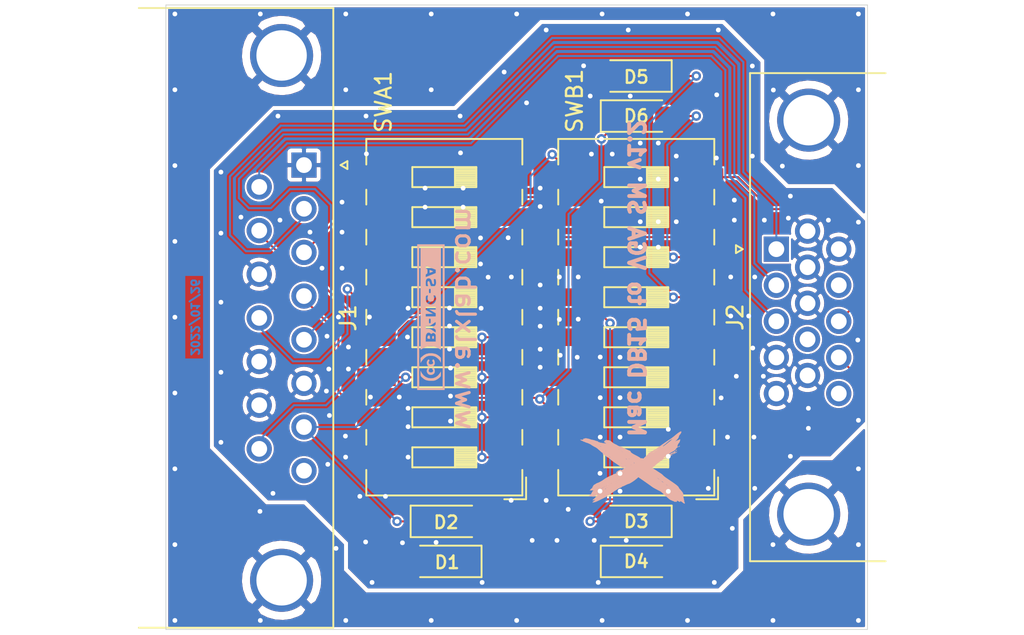
<source format=kicad_pcb>
(kicad_pcb (version 20171130) (host pcbnew "(5.1.6)-1")
  (layers (0 F.Cu signal) (31 B.Cu signal) (34 B.Paste user) (35 F.Paste user) (36 B.SilkS user) (37 F.SilkS user) (38 B.Mask user) (39 F.Mask user) (44 Edge.Cuts user))
  (net 0 "")
  (net 1 /S1-1)
  (net 2 /D1)
  (net 3 /D2)
  (net 4 /D3)
  (net 5 /S2-1)
  (net 6 /D4)
  (net 7 /S0-1)
  (net 8 /D5)
  (net 9 /D6)
  (net 10 /HS)
  (net 11 /VS)
  (net 12 /B)
  (net 13 "Net-(J1-Pad8)")
  (net 14 /G)
  (net 15 /CS)
  (net 16 /R)
  (net 17 "Net-(J2-Pad15)")
  (net 18 /VS-2)
  (net 19 "Net-(J2-Pad12)")
  (net 20 "Net-(J2-Pad9)")
  (net 21 "Net-(SWA1-Pad1)")
  (net 22 "Net-(SWA1-Pad9)")
  (net 23 "Net-(SWA1-Pad10)")
  (net 24 "Net-(SWA1-Pad11)")
  (net 25 "Net-(SWA1-Pad6)")
  (net 26 "Net-(SWA1-Pad7)")
  (net 27 "Net-(SWA1-Pad8)")
  (net 28 /HS-CS)
  (net 29 /GND)
  (net 30 /GND.S)
  (module Button_Switch_SMD:SW_DIP_SPSTx08_Slide_9.78x22.5mm_W8.61mm_P2.54mm (layer F.Cu) (at 118.123 104.902 180)
    (fp_text reference SWA1 (at 3.8611 13.6652 90) (layer F.SilkS))
    (fp_text value SW_DIP_x08)
    (pad 16 smd rect (at 4.305 -8.89 180) (size 2.44 1.12) (layers F.Cu F.Paste F.Mask) (net 29 /GND))
    (pad 8 smd rect (at -4.305 8.89 180) (size 2.44 1.12) (layers F.Cu F.Paste F.Mask) (net 27 "Net-(SWA1-Pad8)"))
    (pad 15 smd rect (at 4.305 -6.35 180) (size 2.44 1.12) (layers F.Cu F.Paste F.Mask) (net 7 /S0-1))
    (pad 7 smd rect (at -4.305 6.35 180) (size 2.44 1.12) (layers F.Cu F.Paste F.Mask) (net 26 "Net-(SWA1-Pad7)"))
    (pad 14 smd rect (at 4.305 -3.81 180) (size 2.44 1.12) (layers F.Cu F.Paste F.Mask) (net 1 /S1-1))
    (pad 6 smd rect (at -4.305 3.81 180) (size 2.44 1.12) (layers F.Cu F.Paste F.Mask) (net 25 "Net-(SWA1-Pad6)"))
    (pad 13 smd rect (at 4.305 -1.27 180) (size 2.44 1.12) (layers F.Cu F.Paste F.Mask) (net 5 /S2-1))
    (pad 5 smd rect (at -4.305 1.27 180) (size 2.44 1.12) (layers F.Cu F.Paste F.Mask) (net 18 /VS-2))
    (pad 12 smd rect (at 4.305 1.27 180) (size 2.44 1.12) (layers F.Cu F.Paste F.Mask) (net 11 /VS))
    (pad 4 smd rect (at -4.305 -1.27 180) (size 2.44 1.12) (layers F.Cu F.Paste F.Mask) (net 21 "Net-(SWA1-Pad1)"))
    (pad 11 smd rect (at 4.305 3.81 180) (size 2.44 1.12) (layers F.Cu F.Paste F.Mask) (net 24 "Net-(SWA1-Pad11)"))
    (pad 3 smd rect (at -4.305 -3.81 180) (size 2.44 1.12) (layers F.Cu F.Paste F.Mask) (net 21 "Net-(SWA1-Pad1)"))
    (pad 10 smd rect (at 4.305 6.35 180) (size 2.44 1.12) (layers F.Cu F.Paste F.Mask) (net 23 "Net-(SWA1-Pad10)"))
    (pad 2 smd rect (at -4.305 -6.35 180) (size 2.44 1.12) (layers F.Cu F.Paste F.Mask) (net 21 "Net-(SWA1-Pad1)"))
    (pad 9 smd rect (at 4.305 8.89 180) (size 2.44 1.12) (layers F.Cu F.Paste F.Mask) (net 22 "Net-(SWA1-Pad9)"))
    (pad 1 smd rect (at -4.305 -8.89 180) (size 2.44 1.12) (layers F.Cu F.Paste F.Mask) (net 21 "Net-(SWA1-Pad1)"))
  )
  (module Button_Switch_SMD:SW_DIP_SPSTx08_Slide_9.78x22.5mm_W8.61mm_P2.54mm (layer F.Cu) (at 130.302 104.902 180)
    (fp_text reference SWB1 (at 3.9116 13.7287 90) (layer F.SilkS))
    (fp_text value SW_DIP_x08)
    (pad 16 smd rect (at 4.305 -8.89 180) (size 2.44 1.12) (layers F.Cu F.Paste F.Mask) (net 7 /S0-1))
    (pad 8 smd rect (at -4.305 8.89 180) (size 2.44 1.12) (layers F.Cu F.Paste F.Mask) (net 28 /HS-CS))
    (pad 15 smd rect (at 4.305 -6.35 180) (size 2.44 1.12) (layers F.Cu F.Paste F.Mask) (net 7 /S0-1))
    (pad 7 smd rect (at -4.305 6.35 180) (size 2.44 1.12) (layers F.Cu F.Paste F.Mask) (net 28 /HS-CS))
    (pad 14 smd rect (at 4.305 -3.81 180) (size 2.44 1.12) (layers F.Cu F.Paste F.Mask) (net 1 /S1-1))
    (pad 6 smd rect (at -4.305 3.81 180) (size 2.44 1.12) (layers F.Cu F.Paste F.Mask) (net 8 /D5))
    (pad 13 smd rect (at 4.305 -1.27 180) (size 2.44 1.12) (layers F.Cu F.Paste F.Mask) (net 1 /S1-1))
    (pad 5 smd rect (at -4.305 1.27 180) (size 2.44 1.12) (layers F.Cu F.Paste F.Mask) (net 9 /D6))
    (pad 12 smd rect (at 4.305 1.27 180) (size 2.44 1.12) (layers F.Cu F.Paste F.Mask) (net 5 /S2-1))
    (pad 4 smd rect (at -4.305 -1.27 180) (size 2.44 1.12) (layers F.Cu F.Paste F.Mask) (net 4 /D3))
    (pad 11 smd rect (at 4.305 3.81 180) (size 2.44 1.12) (layers F.Cu F.Paste F.Mask) (net 5 /S2-1))
    (pad 3 smd rect (at -4.305 -3.81 180) (size 2.44 1.12) (layers F.Cu F.Paste F.Mask) (net 6 /D4))
    (pad 10 smd rect (at 4.305 6.35 180) (size 2.44 1.12) (layers F.Cu F.Paste F.Mask) (net 15 /CS))
    (pad 2 smd rect (at -4.305 -6.35 180) (size 2.44 1.12) (layers F.Cu F.Paste F.Mask) (net 3 /D2))
    (pad 9 smd rect (at 4.305 8.89 180) (size 2.44 1.12) (layers F.Cu F.Paste F.Mask) (net 10 /HS))
    (pad 1 smd rect (at -4.305 -8.89 180) (size 2.44 1.12) (layers F.Cu F.Paste F.Mask) (net 2 /D1))
  )
  (module project:logo_7_back (layer F.Cu) (at 131.1275 114.427 270)
    (fp_text reference G*** hide)
    (fp_text value LOGO hide)
  )
  (module Diode_SMD:D_SOD-123 (layer F.Cu) (at 130.302 89.5985 180)
    (fp_text reference D6 (at 0 -2.54) (layer F.SilkS) (effects (font (size 0.8 0.8))))
    (fp_text value 1N4148)
    (pad 2 smd rect (at 1.65 0 180) (size 0.9 1.2) (layers F.Cu F.Paste F.Mask) (net 7 /S0-1))
    (pad 1 smd rect (at -1.65 0 180) (size 0.9 1.2) (layers F.Cu F.Paste F.Mask) (net 9 /D6))
  )
  (module Diode_SMD:D_SOD-123 (layer F.Cu) (at 130.302 92.1385)
    (fp_text reference D5 (at 0 -2.4765) (layer F.SilkS) (effects (font (size 0.8 0.8))))
    (fp_text value 1N4148)
    (pad 2 smd rect (at 1.65 0) (size 0.9 1.2) (layers F.Cu F.Paste F.Mask) (net 8 /D5))
    (pad 1 smd rect (at -1.65 0) (size 0.9 1.2) (layers F.Cu F.Paste F.Mask) (net 7 /S0-1))
  )
  (module Diode_SMD:D_SOD-123 (layer F.Cu) (at 130.302 117.856 180)
    (fp_text reference D4 (at 0 -2.54) (layer F.SilkS) (effects (font (size 0.8 0.8))))
    (fp_text value 1N4148)
    (pad 2 smd rect (at 1.65 0 180) (size 0.9 1.2) (layers F.Cu F.Paste F.Mask) (net 5 /S2-1))
    (pad 1 smd rect (at -1.65 0 180) (size 0.9 1.2) (layers F.Cu F.Paste F.Mask) (net 6 /D4))
  )
  (module Diode_SMD:D_SOD-123 (layer F.Cu) (at 130.302 120.396)
    (fp_text reference D3 (at 0 -2.54) (layer F.SilkS) (effects (font (size 0.8 0.8))))
    (fp_text value 1N4148)
    (pad 2 smd rect (at 1.65 0) (size 0.9 1.2) (layers F.Cu F.Paste F.Mask) (net 4 /D3))
    (pad 1 smd rect (at -1.65 0) (size 0.9 1.2) (layers F.Cu F.Paste F.Mask) (net 5 /S2-1))
  )
  (module Diode_SMD:D_SOD-123 (layer F.Cu) (at 118.237 117.856)
    (fp_text reference D2 (at 0 0.0635) (layer F.SilkS) (effects (font (size 0.8 0.8))))
    (fp_text value 1N4148)
    (pad 2 smd rect (at 1.65 0) (size 0.9 1.2) (layers F.Cu F.Paste F.Mask) (net 3 /D2))
    (pad 1 smd rect (at -1.65 0) (size 0.9 1.2) (layers F.Cu F.Paste F.Mask) (net 1 /S1-1))
  )
  (module Diode_SMD:D_SOD-123 (layer F.Cu) (at 118.237 120.396 180)
    (fp_text reference D1 (at -0.0635 -0.0635) (layer F.SilkS) (effects (font (size 0.8 0.8))))
    (fp_text value 1N4148)
    (pad 2 smd rect (at 1.65 0 180) (size 0.9 1.2) (layers F.Cu F.Paste F.Mask) (net 1 /S1-1))
    (pad 1 smd rect (at -1.65 0 180) (size 0.9 1.2) (layers F.Cu F.Paste F.Mask) (net 2 /D1))
  )
  (module project:cc_by_nc_sa_small_9mm_front_silk_screen (layer B.Cu) (at 117.2845 104.902 90)
    (fp_text reference G*** hide)
    (fp_text value LOGO hide)
  )
  (module Connector_Dsub:DSUB-15_Male_Horizontal_P2.77x2.84mm_EdgePinOffset7.70mm_Housed_MountingHolesOffset9.12mm (layer F.Cu) (at 109.22 95.25 270)
    (fp_text reference J1 (at 9.695 -2.8 90) (layer F.SilkS))
    (fp_text value Mac_DB15_Male_MountingHoles)
    (pad 1 thru_hole rect (at 0 0 270) (size 1.6 1.6) (drill 1) (layers *.Cu *.Mask) (net 29 /GND))
    (pad 2 thru_hole circle (at 2.77 0 270) (size 1.6 1.6) (drill 1) (layers *.Cu *.Mask) (net 16 /R))
    (pad 3 thru_hole circle (at 5.54 0 270) (size 1.6 1.6) (drill 1) (layers *.Cu *.Mask) (net 15 /CS))
    (pad 4 thru_hole circle (at 8.31 0 270) (size 1.6 1.6) (drill 1) (layers *.Cu *.Mask) (net 7 /S0-1))
    (pad 5 thru_hole circle (at 11.08 0 270) (size 1.6 1.6) (drill 1) (layers *.Cu *.Mask) (net 14 /G))
    (pad 6 thru_hole circle (at 13.85 0 270) (size 1.6 1.6) (drill 1) (layers *.Cu *.Mask) (net 29 /GND))
    (pad 7 thru_hole circle (at 16.62 0 270) (size 1.6 1.6) (drill 1) (layers *.Cu *.Mask) (net 1 /S1-1))
    (pad 8 thru_hole circle (at 19.39 0 270) (size 1.6 1.6) (drill 1) (layers *.Cu *.Mask) (net 13 "Net-(J1-Pad8)"))
    (pad 9 thru_hole circle (at 1.385 2.84 270) (size 1.6 1.6) (drill 1) (layers *.Cu *.Mask) (net 12 /B))
    (pad 10 thru_hole circle (at 4.155 2.84 270) (size 1.6 1.6) (drill 1) (layers *.Cu *.Mask) (net 5 /S2-1))
    (pad 11 thru_hole circle (at 6.925 2.84 270) (size 1.6 1.6) (drill 1) (layers *.Cu *.Mask) (net 29 /GND))
    (pad 12 thru_hole circle (at 9.695 2.84 270) (size 1.6 1.6) (drill 1) (layers *.Cu *.Mask) (net 11 /VS))
    (pad 13 thru_hole circle (at 12.465 2.84 270) (size 1.6 1.6) (drill 1) (layers *.Cu *.Mask) (net 29 /GND))
    (pad 14 thru_hole circle (at 15.235 2.84 270) (size 1.6 1.6) (drill 1) (layers *.Cu *.Mask) (net 29 /GND))
    (pad 15 thru_hole circle (at 18.005 2.84 270) (size 1.6 1.6) (drill 1) (layers *.Cu *.Mask) (net 10 /HS))
    (pad 0 thru_hole circle (at -6.955 1.42 270) (size 4 4) (drill 3.2) (layers *.Cu *.Mask) (net 30 /GND.S))
    (pad 0 thru_hole circle (at 26.345 1.42 270) (size 4 4) (drill 3.2) (layers *.Cu *.Mask) (net 30 /GND.S))
  )
  (module Connector_Dsub:DSUB-15-HD_Female_Horizontal_P2.29x1.98mm_EdgePinOffset3.03mm_Housed_MountingHolesOffset4.94mm (layer F.Cu) (at 139.192 100.584 90)
    (fp_text reference J2 (at -4.315 -2.61 90) (layer F.SilkS))
    (fp_text value VGA_DB15_Female_HighDensity_MountingHoles)
    (pad 0 thru_hole circle (at 8.185 2.05 90) (size 4 4) (drill 3.2) (layers *.Cu *.Mask) (net 30 /GND.S))
    (pad 0 thru_hole circle (at -16.815 2.05 90) (size 4 4) (drill 3.2) (layers *.Cu *.Mask) (net 30 /GND.S))
    (pad 15 thru_hole circle (at -9.16 3.96 90) (size 1.6 1.6) (drill 1) (layers *.Cu *.Mask) (net 17 "Net-(J2-Pad15)"))
    (pad 14 thru_hole circle (at -6.87 3.96 90) (size 1.6 1.6) (drill 1) (layers *.Cu *.Mask) (net 18 /VS-2))
    (pad 13 thru_hole circle (at -4.58 3.96 90) (size 1.6 1.6) (drill 1) (layers *.Cu *.Mask) (net 28 /HS-CS))
    (pad 12 thru_hole circle (at -2.29 3.96 90) (size 1.6 1.6) (drill 1) (layers *.Cu *.Mask) (net 19 "Net-(J2-Pad12)"))
    (pad 11 thru_hole circle (at 0 3.96 90) (size 1.6 1.6) (drill 1) (layers *.Cu *.Mask) (net 29 /GND))
    (pad 10 thru_hole circle (at -8.015 1.98 90) (size 1.6 1.6) (drill 1) (layers *.Cu *.Mask) (net 29 /GND))
    (pad 9 thru_hole circle (at -5.725 1.98 90) (size 1.6 1.6) (drill 1) (layers *.Cu *.Mask) (net 20 "Net-(J2-Pad9)"))
    (pad 8 thru_hole circle (at -3.435 1.98 90) (size 1.6 1.6) (drill 1) (layers *.Cu *.Mask) (net 29 /GND))
    (pad 7 thru_hole circle (at -1.145 1.98 90) (size 1.6 1.6) (drill 1) (layers *.Cu *.Mask) (net 29 /GND))
    (pad 6 thru_hole circle (at 1.145 1.98 90) (size 1.6 1.6) (drill 1) (layers *.Cu *.Mask) (net 29 /GND))
    (pad 5 thru_hole circle (at -9.16 0 90) (size 1.6 1.6) (drill 1) (layers *.Cu *.Mask) (net 29 /GND))
    (pad 4 thru_hole circle (at -6.87 0 90) (size 1.6 1.6) (drill 1) (layers *.Cu *.Mask) (net 29 /GND))
    (pad 3 thru_hole circle (at -4.58 0 90) (size 1.6 1.6) (drill 1) (layers *.Cu *.Mask) (net 12 /B))
    (pad 2 thru_hole circle (at -2.29 0 90) (size 1.6 1.6) (drill 1) (layers *.Cu *.Mask) (net 14 /G))
    (pad 1 thru_hole rect (at 0 0 90) (size 1.6 1.6) (drill 1) (layers *.Cu *.Mask) (net 16 /R))
  )
  (gr_text www.alxlab.com (at 119.4435 104.9655 -90) (layer B.SilkS) (effects (font (size 1.2 1.2) (thickness 0.2)) (justify mirror)))
  (gr_text 2022/01/26 (at 102.2985 104.902 -90) (layer B.Cu) (effects (font (size 0.5 0.5) (thickness 0.125)) (justify mirror)))
  (gr_text "Mac DB15 to VGA SM v1.2" (at 130.302 102.4255 -90) (layer B.SilkS) (effects (font (size 1 1) (thickness 0.25)) (justify mirror)))
  (gr_line (start 100.457 124.714) (end 100.457 85.09) (layer Edge.Cuts) (width 0.05))
  (gr_line (start 144.9705 124.714) (end 100.457 124.714) (layer Edge.Cuts) (width 0.05))
  (gr_line (start 144.9705 85.09) (end 144.9705 124.714) (layer Edge.Cuts) (width 0.05))
  (gr_line (start 100.457 85.09) (end 144.9705 85.09) (layer Edge.Cuts) (width 0.05))
  (segment (start 116.587 117.856) (end 116.587 120.396) (width 0.127) (layer F.Cu) (net 1))
  (segment (start 115.122 117.856) (end 115.1255 117.856) (width 0.127) (layer B.Cu) (net 1))
  (segment (start 109.1565 111.8905) (end 115.122 117.856) (width 0.127) (layer B.Cu) (net 1))
  (segment (start 116.587 117.856) (end 115.1255 117.856) (width 0.127) (layer F.Cu) (net 1))
  (segment (start 115.1255 117.856) (end 115.1255 117.856) (width 0.127) (layer B.Cu) (net 1))
  (via (at 115.1255 117.856) (size 0.6) (drill 0.3) (layers F.Cu B.Cu) (net 1))
  (segment (start 125.997 108.712) (end 125.997 106.172) (width 0.127) (layer F.Cu) (net 1))
  (segment (start 117.094 108.712) (end 115.5065 108.712) (width 0.127) (layer F.Cu) (net 1))
  (segment (start 118.3005 107.5055) (end 117.094 108.712) (width 0.127) (layer F.Cu) (net 1))
  (segment (start 125.997 108.712) (end 124.7905 107.5055) (width 0.127) (layer F.Cu) (net 1))
  (segment (start 124.7905 107.5055) (end 118.3005 107.5055) (width 0.127) (layer F.Cu) (net 1))
  (segment (start 115.5065 108.712) (end 114.3 108.712) (width 0.127) (layer F.Cu) (net 1))
  (via (at 115.6716 108.712) (size 0.6) (drill 0.3) (layers F.Cu B.Cu) (net 1))
  (segment (start 112.5136 111.87) (end 115.6716 108.712) (width 0.127) (layer B.Cu) (net 1))
  (segment (start 109.22 111.87) (end 112.5136 111.87) (width 0.127) (layer B.Cu) (net 1))
  (segment (start 124.7775 118.8085) (end 123.19 120.396) (width 0.127) (layer F.Cu) (net 2))
  (segment (start 133.35 113.792) (end 130.683 116.459) (width 0.127) (layer F.Cu) (net 2))
  (segment (start 134.607 113.792) (end 133.35 113.792) (width 0.127) (layer F.Cu) (net 2))
  (segment (start 123.19 120.396) (end 119.887 120.396) (width 0.127) (layer F.Cu) (net 2))
  (segment (start 124.7775 117.4115) (end 124.7775 118.8085) (width 0.127) (layer F.Cu) (net 2))
  (segment (start 130.683 116.459) (end 125.73 116.459) (width 0.127) (layer F.Cu) (net 2))
  (segment (start 125.73 116.459) (end 124.7775 117.4115) (width 0.127) (layer F.Cu) (net 2))
  (segment (start 121.92 117.856) (end 119.887 117.856) (width 0.127) (layer F.Cu) (net 3))
  (segment (start 129.794 115.3795) (end 124.3965 115.3795) (width 0.127) (layer F.Cu) (net 3))
  (segment (start 134.607 111.252) (end 133.9215 111.252) (width 0.127) (layer F.Cu) (net 3))
  (segment (start 124.3965 115.3795) (end 121.92 117.856) (width 0.127) (layer F.Cu) (net 3))
  (segment (start 133.9215 111.252) (end 129.794 115.3795) (width 0.127) (layer F.Cu) (net 3))
  (segment (start 134.112 106.3625) (end 134.112 106.172) (width 0.127) (layer F.Cu) (net 4))
  (segment (start 131.952 120.396) (end 134.0485 120.396) (width 0.127) (layer F.Cu) (net 4))
  (segment (start 135.3439 106.172) (end 134.607 106.172) (width 0.127) (layer F.Cu) (net 4))
  (segment (start 135.6995 118.8085) (end 135.6995 117.602) (width 0.127) (layer F.Cu) (net 4))
  (segment (start 134.112 120.396) (end 135.6995 118.8085) (width 0.127) (layer F.Cu) (net 4))
  (segment (start 135.6995 117.602) (end 137.2108 116.0907) (width 0.127) (layer F.Cu) (net 4))
  (segment (start 137.2108 116.0907) (end 137.2108 108.0389) (width 0.127) (layer F.Cu) (net 4))
  (segment (start 137.2108 108.0389) (end 135.3439 106.172) (width 0.127) (layer F.Cu) (net 4))
  (segment (start 128.652 117.856) (end 128.652 120.396) (width 0.127) (layer F.Cu) (net 5))
  (segment (start 127.5715 117.856) (end 127.5715 117.856) (width 0.127) (layer F.Cu) (net 5))
  (via (at 127.381016 117.856) (size 0.6) (drill 0.3) (layers F.Cu B.Cu) (net 5))
  (segment (start 128.652 117.856) (end 127.381016 117.856) (width 0.127) (layer F.Cu) (net 5))
  (segment (start 125.997 101.092) (end 125.997 103.632) (width 0.127) (layer F.Cu) (net 5))
  (segment (start 114.3 106.2355) (end 114.3 105.69) (width 0.127) (layer F.Cu) (net 5))
  (segment (start 128.6383 105.283) (end 128.6383 105.2449) (width 0.127) (layer B.Cu) (net 5))
  (via (at 128.6383 105.283) (size 0.6) (drill 0.3) (layers F.Cu B.Cu) (net 5))
  (segment (start 126.9873 103.632) (end 128.6383 105.283) (width 0.127) (layer F.Cu) (net 5))
  (segment (start 125.997 103.632) (end 126.9873 103.632) (width 0.127) (layer F.Cu) (net 5))
  (segment (start 128.6383 116.598716) (end 128.6383 105.283) (width 0.127) (layer B.Cu) (net 5))
  (segment (start 127.381016 117.856) (end 128.6383 116.598716) (width 0.127) (layer B.Cu) (net 5))
  (segment (start 124.727 104.902) (end 125.997 103.632) (width 0.127) (layer F.Cu) (net 5))
  (segment (start 115.7351 104.902) (end 124.727 104.902) (width 0.127) (layer F.Cu) (net 5))
  (segment (start 113.818 106.172) (end 114.4651 106.172) (width 0.127) (layer F.Cu) (net 5))
  (segment (start 114.4651 106.172) (end 115.7351 104.902) (width 0.127) (layer F.Cu) (net 5))
  (segment (start 113.7285 106.172) (end 113.818 106.172) (width 0.127) (layer F.Cu) (net 5))
  (segment (start 107.823 101.0385) (end 107.823 101.6635) (width 0.127) (layer F.Cu) (net 5))
  (segment (start 106.38 99.5955) (end 107.823 101.0385) (width 0.127) (layer F.Cu) (net 5))
  (segment (start 108.3183 102.1588) (end 109.7153 102.1588) (width 0.127) (layer F.Cu) (net 5))
  (segment (start 107.823 101.6635) (end 108.3183 102.1588) (width 0.127) (layer F.Cu) (net 5))
  (segment (start 109.7153 102.1588) (end 113.7285 106.172) (width 0.127) (layer F.Cu) (net 5))
  (segment (start 136.652 110.1217) (end 135.2423 108.712) (width 0.127) (layer F.Cu) (net 6))
  (segment (start 136.652 115.2017) (end 136.652 110.1217) (width 0.127) (layer F.Cu) (net 6))
  (segment (start 135.2423 108.712) (end 134.607 108.712) (width 0.127) (layer F.Cu) (net 6))
  (segment (start 131.952 117.856) (end 133.9977 117.856) (width 0.127) (layer F.Cu) (net 6))
  (segment (start 133.9977 117.856) (end 136.652 115.2017) (width 0.127) (layer F.Cu) (net 6))
  (segment (start 126.491996 113.792) (end 126.492 113.792) (width 0.25) (layer F.Cu) (net 7))
  (segment (start 128.652 92.1385) (end 128.652 89.5985) (width 0.127) (layer F.Cu) (net 7))
  (segment (start 113.8555 111.4425) (end 114.3 111.4425) (width 0.127) (layer F.Cu) (net 7))
  (segment (start 125.3363 111.252) (end 125.997 111.252) (width 0.127) (layer F.Cu) (net 7))
  (segment (start 119.1768 110.0201) (end 124.1044 110.0201) (width 0.127) (layer F.Cu) (net 7))
  (segment (start 113.818 111.252) (end 117.9449 111.252) (width 0.127) (layer F.Cu) (net 7))
  (segment (start 124.1044 110.0201) (end 124.1806 110.0963) (width 0.127) (layer F.Cu) (net 7))
  (segment (start 117.9449 111.252) (end 119.1768 110.0201) (width 0.127) (layer F.Cu) (net 7))
  (segment (start 125.997 111.252) (end 125.997 113.792) (width 0.127) (layer F.Cu) (net 7))
  (segment (start 124.1806 110.0963) (end 125.3363 111.252) (width 0.127) (layer F.Cu) (net 7))
  (via (at 124.1806 110.0963) (size 0.6) (drill 0.3) (layers F.Cu B.Cu) (net 7))
  (segment (start 128.652 92.1385) (end 128.652 93.0265) (width 0.127) (layer F.Cu) (net 7))
  (segment (start 128.652 93.0265) (end 128.092202 93.586298) (width 0.127) (layer F.Cu) (net 7))
  (via (at 128.092202 93.586298) (size 0.6) (drill 0.3) (layers F.Cu B.Cu) (net 7))
  (segment (start 109.22 103.759) (end 109.22 103.7075) (width 0.127) (layer F.Cu) (net 7))
  (segment (start 111.4044 105.9434) (end 109.22 103.759) (width 0.127) (layer F.Cu) (net 7))
  (segment (start 111.4044 109.6137) (end 111.4044 105.9434) (width 0.127) (layer F.Cu) (net 7))
  (segment (start 113.818 111.252) (end 113.0427 111.252) (width 0.127) (layer F.Cu) (net 7))
  (segment (start 113.0427 111.252) (end 111.4044 109.6137) (width 0.127) (layer F.Cu) (net 7))
  (segment (start 126.0094 108.2675) (end 124.1806 110.0963) (width 0.127) (layer B.Cu) (net 7))
  (segment (start 126.0094 105.6513) (end 126.0094 108.2675) (width 0.127) (layer B.Cu) (net 7))
  (segment (start 126.0094 98.3615) (end 126.0094 105.7148) (width 0.127) (layer B.Cu) (net 7))
  (segment (start 128.092202 93.586298) (end 128.092202 96.278698) (width 0.127) (layer B.Cu) (net 7))
  (segment (start 128.092202 96.278698) (end 126.0094 98.3615) (width 0.127) (layer B.Cu) (net 7))
  (segment (start 133.985 100.965) (end 134.112 101.092) (width 0.25) (layer F.Cu) (net 8))
  (segment (start 134.112 101.092) (end 133.7945 100.7745) (width 0.127) (layer F.Cu) (net 8))
  (segment (start 134.0485 92.2655) (end 134.0485 92.202002) (width 0.127) (layer B.Cu) (net 8))
  (segment (start 134.0485 92.202002) (end 134.112002 92.1385) (width 0.127) (layer B.Cu) (net 8))
  (via (at 134.112002 92.1385) (size 0.6) (drill 0.3) (layers F.Cu B.Cu) (net 8))
  (segment (start 134.112002 92.1385) (end 131.952 92.1385) (width 0.127) (layer F.Cu) (net 8))
  (segment (start 134.607 101.092) (end 132.6515 101.092) (width 0.127) (layer F.Cu) (net 8))
  (segment (start 132.6515 101.092) (end 132.6515 101.092) (width 0.127) (layer F.Cu) (net 8))
  (via (at 132.6515 101.092) (size 0.6) (drill 0.3) (layers F.Cu B.Cu) (net 8))
  (segment (start 132.6515 101.092) (end 132.2705 100.711) (width 0.127) (layer B.Cu) (net 8))
  (segment (start 132.2705 93.980002) (end 134.112002 92.1385) (width 0.127) (layer B.Cu) (net 8))
  (segment (start 132.2705 100.711) (end 132.2705 93.980002) (width 0.127) (layer B.Cu) (net 8))
  (segment (start 134.112 89.5985) (end 134.112 89.5985) (width 0.127) (layer B.Cu) (net 9))
  (via (at 134.112 89.5985) (size 0.6) (drill 0.3) (layers F.Cu B.Cu) (net 9))
  (segment (start 134.112 89.5985) (end 131.952 89.5985) (width 0.127) (layer F.Cu) (net 9))
  (segment (start 134.607 103.632) (end 132.6515 103.632) (width 0.127) (layer F.Cu) (net 9))
  (segment (start 132.6515 103.632) (end 132.6515 103.632) (width 0.127) (layer F.Cu) (net 9))
  (via (at 132.6515 103.632) (size 0.6) (drill 0.3) (layers F.Cu B.Cu) (net 9))
  (segment (start 134.112 89.5985) (end 131.1275 92.583) (width 0.127) (layer B.Cu) (net 9))
  (segment (start 131.1275 102.108) (end 132.6515 103.632) (width 0.127) (layer B.Cu) (net 9))
  (segment (start 131.1275 92.583) (end 131.1275 102.108) (width 0.127) (layer B.Cu) (net 9))
  (segment (start 125.0188 94.4245) (end 125.0188 94.4245) (width 0.127) (layer F.Cu) (net 10))
  (segment (start 125.997 96.012) (end 125.997 95.6059) (width 0.127) (layer F.Cu) (net 10))
  (via (at 124.968 94.5769) (size 0.6) (drill 0.3) (layers F.Cu B.Cu) (net 10))
  (segment (start 125.997 95.6059) (end 124.968 94.5769) (width 0.127) (layer F.Cu) (net 10))
  (segment (start 110.617 110.49) (end 123.5964 97.5106) (width 0.127) (layer B.Cu) (net 10))
  (segment (start 108.585 110.49) (end 110.617 110.49) (width 0.127) (layer B.Cu) (net 10))
  (segment (start 106.38 113.255) (end 106.38 112.695) (width 0.127) (layer B.Cu) (net 10))
  (segment (start 106.38 112.695) (end 108.585 110.49) (width 0.127) (layer B.Cu) (net 10))
  (segment (start 124.968 94.5769) (end 123.5964 95.9485) (width 0.127) (layer B.Cu) (net 10))
  (segment (start 123.5964 95.9485) (end 123.5964 96.1009) (width 0.127) (layer B.Cu) (net 10))
  (segment (start 123.5964 97.5106) (end 123.5964 96.1009) (width 0.127) (layer B.Cu) (net 10))
  (segment (start 113.818 103.632) (end 112.4966 103.632) (width 0.127) (layer F.Cu) (net 11))
  (segment (start 112.4966 103.632) (end 111.9759 103.1113) (width 0.127) (layer F.Cu) (net 11))
  (segment (start 111.9759 103.1113) (end 111.9759 103.1113) (width 0.127) (layer F.Cu) (net 11))
  (via (at 111.9759 103.1113) (size 0.6) (drill 0.3) (layers F.Cu B.Cu) (net 11))
  (segment (start 108.5215 107.696) (end 110.236 107.696) (width 0.127) (layer B.Cu) (net 11))
  (segment (start 111.9759 105.9561) (end 111.9759 103.1113) (width 0.127) (layer B.Cu) (net 11))
  (segment (start 106.38 105.0925) (end 106.38 105.5545) (width 0.127) (layer B.Cu) (net 11))
  (segment (start 110.236 107.696) (end 111.9759 105.9561) (width 0.127) (layer B.Cu) (net 11))
  (segment (start 106.38 105.5545) (end 108.5215 107.696) (width 0.127) (layer B.Cu) (net 11))
  (segment (start 137.2235 103.1955) (end 139.192 105.164) (width 0.127) (layer B.Cu) (net 12))
  (segment (start 137.2235 97.3455) (end 137.2235 103.1955) (width 0.127) (layer B.Cu) (net 12))
  (segment (start 135.9535 89.2175) (end 135.9535 96.0755) (width 0.127) (layer B.Cu) (net 12))
  (segment (start 135.0645 88.3285) (end 135.9535 89.2175) (width 0.127) (layer B.Cu) (net 12))
  (segment (start 106.38 95.6389) (end 108.1532 93.8657) (width 0.127) (layer B.Cu) (net 12))
  (segment (start 106.38 96.7825) (end 106.38 95.6389) (width 0.127) (layer B.Cu) (net 12))
  (segment (start 135.9535 96.0755) (end 137.2235 97.3455) (width 0.127) (layer B.Cu) (net 12))
  (segment (start 125.349 88.3285) (end 135.0645 88.3285) (width 0.127) (layer B.Cu) (net 12))
  (segment (start 108.1532 93.8657) (end 119.8118 93.8657) (width 0.127) (layer B.Cu) (net 12))
  (segment (start 119.8118 93.8657) (end 125.349 88.3285) (width 0.127) (layer B.Cu) (net 12))
  (segment (start 137.795 101.477) (end 139.192 102.874) (width 0.127) (layer B.Cu) (net 14))
  (segment (start 136.525 88.9635) (end 136.525 95.885) (width 0.127) (layer B.Cu) (net 14))
  (segment (start 125.1585 87.757) (end 135.3185 87.757) (width 0.127) (layer B.Cu) (net 14))
  (segment (start 108.331 96.774) (end 107.1245 97.9805) (width 0.127) (layer B.Cu) (net 14))
  (segment (start 105.0925 96.1263) (end 107.9119 93.3069) (width 0.127) (layer B.Cu) (net 14))
  (segment (start 109.9185 96.774) (end 108.331 96.774) (width 0.127) (layer B.Cu) (net 14))
  (segment (start 110.9345 97.79) (end 109.9185 96.774) (width 0.127) (layer B.Cu) (net 14))
  (segment (start 105.0925 97.3455) (end 105.0925 96.1263) (width 0.127) (layer B.Cu) (net 14))
  (segment (start 135.3185 87.757) (end 136.525 88.9635) (width 0.127) (layer B.Cu) (net 14))
  (segment (start 109.1565 106.3505) (end 110.9345 104.5725) (width 0.127) (layer B.Cu) (net 14))
  (segment (start 110.9345 104.5725) (end 110.9345 97.79) (width 0.127) (layer B.Cu) (net 14))
  (segment (start 137.795 97.155) (end 137.795 101.477) (width 0.127) (layer B.Cu) (net 14))
  (segment (start 107.1245 97.9805) (end 105.7275 97.9805) (width 0.127) (layer B.Cu) (net 14))
  (segment (start 119.6086 93.3069) (end 125.1585 87.757) (width 0.127) (layer B.Cu) (net 14))
  (segment (start 136.525 95.885) (end 137.795 97.155) (width 0.127) (layer B.Cu) (net 14))
  (segment (start 105.7275 97.9805) (end 105.0925 97.3455) (width 0.127) (layer B.Cu) (net 14))
  (segment (start 107.9119 93.3069) (end 119.6086 93.3069) (width 0.127) (layer B.Cu) (net 14))
  (segment (start 109.22 100.79) (end 109.535001 100.474999) (width 0.25) (layer F.Cu) (net 15))
  (segment (start 126.4285 98.425) (end 125.2855 97.282) (width 0.127) (layer F.Cu) (net 15))
  (segment (start 125.2855 97.282) (end 112.728 97.282) (width 0.127) (layer F.Cu) (net 15))
  (segment (start 112.728 97.282) (end 109.22 100.79) (width 0.127) (layer F.Cu) (net 15))
  (segment (start 109.22 98.02) (end 109.22 98.2345) (width 0.127) (layer B.Cu) (net 16))
  (segment (start 139.192 97.79) (end 139.192 100.584) (width 0.127) (layer B.Cu) (net 16))
  (segment (start 137.0965 95.6945) (end 139.192 97.79) (width 0.127) (layer B.Cu) (net 16))
  (segment (start 104.521 99.695) (end 104.521 95.9739) (width 0.127) (layer B.Cu) (net 16))
  (segment (start 105.537 100.711) (end 104.521 99.695) (width 0.127) (layer B.Cu) (net 16))
  (segment (start 107.061 100.711) (end 105.537 100.711) (width 0.127) (layer B.Cu) (net 16))
  (segment (start 109.22 98.552) (end 107.061 100.711) (width 0.127) (layer B.Cu) (net 16))
  (segment (start 104.521 95.9739) (end 107.7468 92.7481) (width 0.127) (layer B.Cu) (net 16))
  (segment (start 137.0965 88.7095) (end 137.0965 95.6945) (width 0.127) (layer B.Cu) (net 16))
  (segment (start 107.7468 92.7481) (end 119.4054 92.7481) (width 0.127) (layer B.Cu) (net 16))
  (segment (start 119.4054 92.7481) (end 124.968 87.1855) (width 0.127) (layer B.Cu) (net 16))
  (segment (start 124.968 87.1855) (end 135.5725 87.1855) (width 0.127) (layer B.Cu) (net 16))
  (segment (start 109.22 98.1675) (end 109.22 98.552) (width 0.127) (layer B.Cu) (net 16))
  (segment (start 135.5725 87.1855) (end 137.0965 88.7095) (width 0.127) (layer B.Cu) (net 16))
  (segment (start 144.399 108.701) (end 143.152 107.454) (width 0.127) (layer F.Cu) (net 18))
  (segment (start 138.4935 111.3155) (end 143.637 111.3155) (width 0.127) (layer F.Cu) (net 18))
  (segment (start 137.795 110.617) (end 138.4935 111.3155) (width 0.127) (layer F.Cu) (net 18))
  (segment (start 137.795 107.7595) (end 137.795 110.617) (width 0.127) (layer F.Cu) (net 18))
  (segment (start 143.637 111.3155) (end 144.399 110.5535) (width 0.127) (layer F.Cu) (net 18))
  (segment (start 144.399 110.5535) (end 144.399 108.701) (width 0.127) (layer F.Cu) (net 18))
  (segment (start 136.8425 100.33) (end 136.8425 106.807) (width 0.127) (layer F.Cu) (net 18))
  (segment (start 136.3345 99.822) (end 136.8425 100.33) (width 0.127) (layer F.Cu) (net 18))
  (segment (start 124.714 99.822) (end 136.3345 99.822) (width 0.127) (layer F.Cu) (net 18))
  (segment (start 124.206 100.33) (end 124.714 99.822) (width 0.127) (layer F.Cu) (net 18))
  (segment (start 124.206 101.981) (end 124.206 100.33) (width 0.127) (layer F.Cu) (net 18))
  (segment (start 136.8425 106.807) (end 137.795 107.7595) (width 0.127) (layer F.Cu) (net 18))
  (segment (start 123.825 102.362) (end 124.206 101.981) (width 0.127) (layer F.Cu) (net 18))
  (segment (start 121.92 103.632) (end 123.19 102.362) (width 0.127) (layer F.Cu) (net 18))
  (segment (start 123.19 102.362) (end 123.825 102.362) (width 0.127) (layer F.Cu) (net 18))
  (via (at 120.5103 106.172) (size 0.6) (drill 0.3) (layers F.Cu B.Cu) (net 21))
  (segment (start 120.5103 111.252) (end 120.5103 111.252) (width 0.127) (layer B.Cu) (net 21))
  (via (at 120.5103 113.792) (size 0.6) (drill 0.3) (layers F.Cu B.Cu) (net 21))
  (segment (start 120.5103 108.7755) (end 120.5103 106.172) (width 0.127) (layer B.Cu) (net 21))
  (via (at 120.5103 108.712) (size 0.6) (drill 0.3) (layers F.Cu B.Cu) (net 21))
  (segment (start 122.428 113.792) (end 120.5103 113.792) (width 0.127) (layer F.Cu) (net 21))
  (segment (start 122.428 111.252) (end 120.484898 111.252) (width 0.127) (layer F.Cu) (net 21))
  (segment (start 120.5103 111.252) (end 120.5103 108.7755) (width 0.127) (layer B.Cu) (net 21))
  (via (at 120.5103 111.252) (size 0.6) (drill 0.3) (layers F.Cu B.Cu) (net 21))
  (segment (start 120.5103 113.792) (end 120.5103 111.252) (width 0.127) (layer B.Cu) (net 21))
  (segment (start 122.428 106.172) (end 120.5103 106.172) (width 0.127) (layer F.Cu) (net 21))
  (segment (start 122.428 108.712) (end 120.5103 108.712) (width 0.127) (layer F.Cu) (net 21))
  (segment (start 144.4625 99.7585) (end 142.748 98.044) (width 0.127) (layer F.Cu) (net 28))
  (segment (start 143.152 105.164) (end 144.4625 103.8535) (width 0.127) (layer F.Cu) (net 28))
  (segment (start 144.4625 103.8535) (end 144.4625 99.7585) (width 0.127) (layer F.Cu) (net 28))
  (segment (start 134.607 96.012) (end 136.7663 96.012) (width 0.127) (layer F.Cu) (net 28))
  (segment (start 138.7983 98.044) (end 142.748 98.044) (width 0.127) (layer F.Cu) (net 28))
  (segment (start 136.7663 96.012) (end 138.7983 98.044) (width 0.127) (layer F.Cu) (net 28))
  (segment (start 134.607 96.012) (end 134.607 98.552) (width 0.127) (layer F.Cu) (net 28))
  (segment (start 109.22 109.1) (end 109.22 109.347) (width 0.5) (layer F.Cu) (net 29))
  (segment (start 135.255 94.8) (end 135.3875 94.8) (width 0.25) (layer F.Cu) (net 29))
  (via (at 129.2733 107.442) (size 0.6) (drill 0.3) (layers F.Cu B.Cu) (net 29))
  (via (at 124.206 108.077) (size 0.6) (drill 0.3) (layers F.Cu B.Cu) (net 29))
  (via (at 124.206 106.934) (size 0.6) (drill 0.3) (layers F.Cu B.Cu) (net 29))
  (via (at 124.206 105.4735) (size 0.6) (drill 0.3) (layers F.Cu B.Cu) (net 29))
  (via (at 124.206 104.3305) (size 0.6) (drill 0.3) (layers F.Cu B.Cu) (net 29))
  (via (at 125.4252 105.0417) (size 0.6) (drill 0.3) (layers F.Cu B.Cu) (net 29))
  (via (at 130.556 98.8441) (size 0.6) (drill 0.3) (layers F.Cu B.Cu) (net 29))
  (via (at 131.699 100.457) (size 0.6) (drill 0.3) (layers F.Cu B.Cu) (net 29))
  (via (at 131.699 98.8441) (size 0.6) (drill 0.3) (layers F.Cu B.Cu) (net 29))
  (via (at 128.016 110.0074) (size 0.6) (drill 0.3) (layers F.Cu B.Cu) (net 29))
  (via (at 129.2733 110.0074) (size 0.6) (drill 0.3) (layers F.Cu B.Cu) (net 29))
  (via (at 128.016 112.5093) (size 0.6) (drill 0.3) (layers F.Cu B.Cu) (net 29))
  (via (at 129.2733 112.5093) (size 0.6) (drill 0.3) (layers F.Cu B.Cu) (net 29))
  (via (at 128.0033 114.808) (size 0.6) (drill 0.3) (layers F.Cu B.Cu) (net 29))
  (via (at 129.2733 114.8207) (size 0.6) (drill 0.3) (layers F.Cu B.Cu) (net 29))
  (via (at 125.2728 119.0625) (size 0.6) (drill 0.3) (layers F.Cu B.Cu) (net 29))
  (via (at 127.635 119.0625) (size 0.6) (drill 0.3) (layers F.Cu B.Cu) (net 29))
  (via (at 129.2733 115.9383) (size 0.6) (drill 0.3) (layers F.Cu B.Cu) (net 29))
  (via (at 128.0033 115.9383) (size 0.6) (drill 0.3) (layers F.Cu B.Cu) (net 29))
  (via (at 113.1316 119.1641) (size 0.6) (drill 0.3) (layers F.Cu B.Cu) (net 29))
  (via (at 115.4684 119.2149) (size 0.6) (drill 0.3) (layers F.Cu B.Cu) (net 29))
  (via (at 112.7633 116.2685) (size 0.6) (drill 0.3) (layers F.Cu B.Cu) (net 29))
  (via (at 114.3889 116.2685) (size 0.6) (drill 0.3) (layers F.Cu B.Cu) (net 29))
  (via (at 110.7313 114.2365) (size 0.6) (drill 0.3) (layers F.Cu B.Cu) (net 29))
  (via (at 110.8329 111.1377) (size 0.6) (drill 0.3) (layers F.Cu B.Cu) (net 29))
  (via (at 107.2515 116.078) (size 0.6) (drill 0.3) (layers F.Cu B.Cu) (net 29))
  (via (at 103.9495 95.6945) (size 0.6) (drill 0.3) (layers F.Cu B.Cu) (net 29))
  (via (at 103.9495 112.8395) (size 0.6) (drill 0.3) (layers F.Cu B.Cu) (net 29))
  (via (at 103.9495 108.3945) (size 0.6) (drill 0.3) (layers F.Cu B.Cu) (net 29))
  (via (at 103.9495 99.568) (size 0.6) (drill 0.3) (layers F.Cu B.Cu) (net 29))
  (via (at 103.9495 103.9495) (size 0.6) (drill 0.3) (layers F.Cu B.Cu) (net 29))
  (via (at 107.569 92.1385) (size 0.6) (drill 0.3) (layers F.Cu B.Cu) (net 29))
  (via (at 113.157 92.1385) (size 0.6) (drill 0.3) (layers F.Cu B.Cu) (net 29))
  (via (at 121.92 89.3445) (size 0.6) (drill 0.3) (layers F.Cu B.Cu) (net 29))
  (via (at 129.794 86.6775) (size 0.6) (drill 0.3) (layers F.Cu B.Cu) (net 29))
  (via (at 135.509 86.6775) (size 0.6) (drill 0.3) (layers F.Cu B.Cu) (net 29))
  (via (at 137.668 88.9635) (size 0.6) (drill 0.3) (layers F.Cu B.Cu) (net 29))
  (via (at 137.668 94.6785) (size 0.6) (drill 0.3) (layers F.Cu B.Cu) (net 29))
  (via (at 140.081 97.2185) (size 0.6) (drill 0.3) (layers F.Cu B.Cu) (net 29))
  (via (at 144.399 98.8695) (size 0.6) (drill 0.3) (layers F.Cu B.Cu) (net 29))
  (via (at 144.399 111.4425) (size 0.6) (drill 0.3) (layers F.Cu B.Cu) (net 29))
  (via (at 140.081 113.7285) (size 0.6) (drill 0.3) (layers F.Cu B.Cu) (net 29))
  (via (at 136.398 118.3005) (size 0.6) (drill 0.3) (layers F.Cu B.Cu) (net 29))
  (via (at 113.538 121.7295) (size 0.6) (drill 0.3) (layers F.Cu B.Cu) (net 29))
  (via (at 120.523 121.7295) (size 0.6) (drill 0.3) (layers F.Cu B.Cu) (net 29))
  (via (at 127.889 121.7295) (size 0.6) (drill 0.3) (layers F.Cu B.Cu) (net 29))
  (via (at 135.255 121.7295) (size 0.6) (drill 0.3) (layers F.Cu B.Cu) (net 29))
  (via (at 134.874 115.7605) (size 0.6) (drill 0.3) (layers F.Cu B.Cu) (net 29))
  (via (at 138.3665 108.6485) (size 0.6) (drill 0.3) (layers F.Cu B.Cu) (net 29))
  (via (at 141.224 110.6805) (size 0.6) (drill 0.3) (layers F.Cu B.Cu) (net 29))
  (via (at 141.224 111.9505) (size 0.6) (drill 0.3) (layers F.Cu B.Cu) (net 29))
  (via (at 142.494 98.7425) (size 0.6) (drill 0.3) (layers F.Cu B.Cu) (net 29))
  (via (at 139.954 98.6155) (size 0.6) (drill 0.3) (layers F.Cu B.Cu) (net 29))
  (via (at 126.619 102.3493) (size 0.6) (drill 0.3) (layers F.Cu B.Cu) (net 29))
  (via (at 138.43 98.7425) (size 0.6) (drill 0.3) (layers F.Cu B.Cu) (net 29))
  (via (at 136.525 98.7425) (size 0.6) (drill 0.3) (layers F.Cu B.Cu) (net 29))
  (via (at 127.4572 94.5515) (size 0.6) (drill 0.3) (layers F.Cu B.Cu) (net 29))
  (via (at 128.778 94.5515) (size 0.6) (drill 0.3) (layers F.Cu B.Cu) (net 29))
  (via (at 118.4529 105.4608) (size 0.6) (drill 0.3) (layers F.Cu B.Cu) (net 29))
  (via (at 124.587 116.5225) (size 0.6) (drill 0.3) (layers F.Cu B.Cu) (net 29))
  (via (at 111.4044 104.8893) (size 0.6) (drill 0.3) (layers F.Cu B.Cu) (net 29))
  (via (at 110.363 101.7905) (size 0.6) (drill 0.3) (layers F.Cu B.Cu) (net 29))
  (via (at 111.633 101.7905) (size 0.6) (drill 0.3) (layers F.Cu B.Cu) (net 29))
  (via (at 109.601 99.5045) (size 0.6) (drill 0.3) (layers F.Cu B.Cu) (net 29))
  (via (at 111.633 99.5045) (size 0.6) (drill 0.3) (layers F.Cu B.Cu) (net 29))
  (via (at 119.126 92.1385) (size 0.6) (drill 0.3) (layers F.Cu B.Cu) (net 29))
  (via (at 124.587 86.6775) (size 0.6) (drill 0.3) (layers F.Cu B.Cu) (net 29))
  (via (at 123.698 119.0625) (size 0.6) (drill 0.3) (layers F.Cu B.Cu) (net 29))
  (via (at 136.525 97.4725) (size 0.6) (drill 0.3) (layers F.Cu B.Cu) (net 29))
  (via (at 119.3165 96.7105) (size 0.6) (drill 0.3) (layers F.Cu B.Cu) (net 29))
  (via (at 119.3165 97.917) (size 0.6) (drill 0.3) (layers F.Cu B.Cu) (net 29))
  (via (at 116.9035 96.7105) (size 0.6) (drill 0.3) (layers F.Cu B.Cu) (net 29))
  (via (at 116.9035 97.917) (size 0.6) (drill 0.3) (layers F.Cu B.Cu) (net 29))
  (via (at 120.904 102.362) (size 0.6) (drill 0.3) (layers F.Cu B.Cu) (net 29))
  (via (at 111.633 97.5995) (size 0.6) (drill 0.3) (layers F.Cu B.Cu) (net 29))
  (segment (start 135.3875 94.8) (end 136.2 94.8) (width 0.25) (layer F.Cu) (net 29))
  (via (at 135.3875 94.8) (size 0.6) (drill 0.3) (layers F.Cu B.Cu) (net 29))
  (via (at 132.842 96.1517) (size 0.6) (drill 0.3) (layers F.Cu B.Cu) (net 29))
  (via (at 131.699 96.139) (size 0.6) (drill 0.3) (layers F.Cu B.Cu) (net 29))
  (via (at 130.556 96.139) (size 0.6) (drill 0.3) (layers F.Cu B.Cu) (net 29))
  (via (at 132.842 94.6785) (size 0.6) (drill 0.3) (layers F.Cu B.Cu) (net 29))
  (via (at 131.699 93.853) (size 0.6) (drill 0.3) (layers F.Cu B.Cu) (net 29))
  (via (at 130.556 93.853) (size 0.6) (drill 0.3) (layers F.Cu B.Cu) (net 29))
  (via (at 128.0795 97.536) (size 0.6) (drill 0.3) (layers F.Cu B.Cu) (net 29))
  (via (at 132.334 115.951) (size 0.6) (drill 0.3) (layers F.Cu B.Cu) (net 29))
  (via (at 132.334 113.7285) (size 0.6) (drill 0.3) (layers F.Cu B.Cu) (net 29))
  (via (at 132.334 112.014) (size 0.6) (drill 0.3) (layers F.Cu B.Cu) (net 29))
  (via (at 110.6805 106.1085) (size 0.6) (drill 0.3) (layers F.Cu B.Cu) (net 29))
  (via (at 107.696 98.7425) (size 0.6) (drill 0.3) (layers F.Cu B.Cu) (net 29))
  (via (at 105.2195 98.552) (size 0.6) (drill 0.3) (layers F.Cu B.Cu) (net 29))
  (via (at 120.4595 104.3305) (size 0.6) (drill 0.3) (layers F.Cu B.Cu) (net 29))
  (via (at 130.556 100.457) (size 0.6) (drill 0.3) (layers F.Cu B.Cu) (net 29))
  (via (at 129.667 119.0625) (size 0.6) (drill 0.3) (layers F.Cu B.Cu) (net 29))
  (via (at 117.602 119.1895) (size 0.6) (drill 0.3) (layers F.Cu B.Cu) (net 29))
  (via (at 125.984 117.094) (size 0.6) (drill 0.3) (layers F.Cu B.Cu) (net 29))
  (via (at 122.3645 116.5225) (size 0.6) (drill 0.3) (layers F.Cu B.Cu) (net 29))
  (via (at 129.921 90.8685) (size 0.6) (drill 0.3) (layers F.Cu B.Cu) (net 29))
  (via (at 127.381 90.8685) (size 0.6) (drill 0.3) (layers F.Cu B.Cu) (net 29))
  (via (at 125.476 107.315) (size 0.6) (drill 0.3) (layers F.Cu B.Cu) (net 29))
  (via (at 126.5555 107.442) (size 0.6) (drill 0.3) (layers F.Cu B.Cu) (net 29))
  (via (at 118.5164 108.1278) (size 0.6) (drill 0.3) (layers F.Cu B.Cu) (net 29))
  (via (at 125.4252 102.3493) (size 0.6) (drill 0.3) (layers F.Cu B.Cu) (net 29))
  (via (at 124.206 102.8573) (size 0.6) (drill 0.3) (layers F.Cu B.Cu) (net 29))
  (via (at 122.3772 102.3493) (size 0.6) (drill 0.3) (layers F.Cu B.Cu) (net 29))
  (via (at 132.842 98.8441) (size 0.6) (drill 0.3) (layers F.Cu B.Cu) (net 29))
  (via (at 128.016 107.4293) (size 0.6) (drill 0.3) (layers F.Cu B.Cu) (net 29))
  (via (at 124.206 97.8789) (size 0.6) (drill 0.3) (layers F.Cu B.Cu) (net 29))
  (via (at 124.206 96.7105) (size 0.6) (drill 0.3) (layers F.Cu B.Cu) (net 29))
  (via (at 122.174 99.8601) (size 0.6) (drill 0.3) (layers F.Cu B.Cu) (net 29))
  (via (at 111.8616 113.7793) (size 0.6) (drill 0.3) (layers F.Cu B.Cu) (net 29))
  (via (at 115.824 113.7793) (size 0.6) (drill 0.3) (layers F.Cu B.Cu) (net 29))
  (via (at 115.824 111.8489) (size 0.6) (drill 0.3) (layers F.Cu B.Cu) (net 29))
  (via (at 115.824 110.6805) (size 0.6) (drill 0.3) (layers F.Cu B.Cu) (net 29))
  (via (at 115.2652 109.9693) (size 0.6) (drill 0.3) (layers F.Cu B.Cu) (net 29))
  (via (at 113.4364 109.9693) (size 0.6) (drill 0.3) (layers F.Cu B.Cu) (net 29))
  (via (at 110.7948 108.1913) (size 0.6) (drill 0.3) (layers F.Cu B.Cu) (net 29))
  (via (at 115.7859 106.1593) (size 0.6) (drill 0.3) (layers F.Cu B.Cu) (net 29))
  (via (at 115.824 104.3305) (size 0.6) (drill 0.3) (layers F.Cu B.Cu) (net 29))
  (via (at 136.652 108.6485) (size 0.6) (drill 0.3) (layers F.Cu B.Cu) (net 29))
  (via (at 135.6868 110.0201) (size 0.6) (drill 0.3) (layers F.Cu B.Cu) (net 29))
  (via (at 136.0932 112.5093) (size 0.6) (drill 0.3) (layers F.Cu B.Cu) (net 29))
  (via (at 137.7696 112.5093) (size 0.6) (drill 0.3) (layers F.Cu B.Cu) (net 29))
  (via (at 137.8204 115.7605) (size 0.6) (drill 0.3) (layers F.Cu B.Cu) (net 29))
  (via (at 137.4394 104.8258) (size 0.6) (drill 0.3) (layers F.Cu B.Cu) (net 29))
  (via (at 136.2964 104.8258) (size 0.6) (drill 0.3) (layers F.Cu B.Cu) (net 29))
  (via (at 136.2964 102.3493) (size 0.6) (drill 0.3) (layers F.Cu B.Cu) (net 29))
  (via (at 137.8204 102.3493) (size 0.6) (drill 0.3) (layers F.Cu B.Cu) (net 29))
  (via (at 137.6934 106.8578) (size 0.6) (drill 0.3) (layers F.Cu B.Cu) (net 29))
  (via (at 135.4074 90.7923) (size 0.6) (drill 0.3) (layers F.Cu B.Cu) (net 29))
  (via (at 126.9619 88.9508) (size 0.6) (drill 0.3) (layers F.Cu B.Cu) (net 29))
  (via (at 123.3424 91.3003) (size 0.6) (drill 0.3) (layers F.Cu B.Cu) (net 29))
  (via (at 119.1514 94.4753) (size 0.6) (drill 0.3) (layers F.Cu B.Cu) (net 29))
  (via (at 113.1824 94.5388) (size 0.6) (drill 0.3) (layers F.Cu B.Cu) (net 29))
  (via (at 120.4214 101.5238) (size 0.6) (drill 0.3) (layers F.Cu B.Cu) (net 29))
  (via (at 120.4214 99.8728) (size 0.6) (drill 0.3) (layers F.Cu B.Cu) (net 29))
  (via (at 113.3729 104.8893) (size 0.6) (drill 0.3) (layers F.Cu B.Cu) (net 29))
  (via (at 112.0394 106.7943) (size 0.6) (drill 0.3) (layers F.Cu B.Cu) (net 29))
  (via (at 112.0394 108.1913) (size 0.6) (drill 0.3) (layers F.Cu B.Cu) (net 29))
  (via (at 110.6424 109.5883) (size 0.6) (drill 0.3) (layers F.Cu B.Cu) (net 29))
  (via (at 111.8489 112.4458) (size 0.6) (drill 0.3) (layers F.Cu B.Cu) (net 29))
  (via (at 118.4529 104.3178) (size 0.6) (drill 0.3) (layers F.Cu B.Cu) (net 29))
  (via (at 118.4529 106.9213) (size 0.6) (drill 0.3) (layers F.Cu B.Cu) (net 29))
  (via (at 118.5164 109.9058) (size 0.6) (drill 0.3) (layers F.Cu B.Cu) (net 29))
  (via (at 118.5164 111.4933) (size 0.6) (drill 0.3) (layers F.Cu B.Cu) (net 29))
  (via (at 144.3609 106.3498) (size 0.6) (drill 0.3) (layers F.Cu B.Cu) (net 29))
  (via (at 126.619 105.029) (size 0.6) (drill 0.3) (layers F.Cu B.Cu) (net 29))
  (via (at 101.0285 85.6615) (size 0.6) (drill 0.3) (layers F.Cu B.Cu) (net 30))
  (via (at 101.0285 124.1425) (size 0.6) (drill 0.3) (layers F.Cu B.Cu) (net 30))
  (via (at 101.0285 90.4715) (size 0.6) (drill 0.3) (layers F.Cu B.Cu) (net 30))
  (via (at 101.0285 95.2815) (size 0.6) (drill 0.3) (layers F.Cu B.Cu) (net 30))
  (via (at 101.0285 100.0915) (size 0.6) (drill 0.3) (layers F.Cu B.Cu) (net 30))
  (via (at 101.0285 104.9015) (size 0.6) (drill 0.3) (layers F.Cu B.Cu) (net 30))
  (via (at 101.0285 109.7115) (size 0.6) (drill 0.3) (layers F.Cu B.Cu) (net 30))
  (via (at 101.0285 114.5215) (size 0.6) (drill 0.3) (layers F.Cu B.Cu) (net 30))
  (via (at 101.0285 119.3315) (size 0.6) (drill 0.3) (layers F.Cu B.Cu) (net 30))
  (via (at 144.399 85.6615) (size 0.6) (drill 0.3) (layers F.Cu B.Cu) (net 30))
  (via (at 106.44975 124.1425) (size 0.6) (drill 0.3) (layers F.Cu B.Cu) (net 30))
  (via (at 111.871 124.1425) (size 0.6) (drill 0.3) (layers F.Cu B.Cu) (net 30))
  (via (at 117.29225 124.1425) (size 0.6) (drill 0.3) (layers F.Cu B.Cu) (net 30))
  (via (at 122.7135 124.1425) (size 0.6) (drill 0.3) (layers F.Cu B.Cu) (net 30))
  (via (at 128.13475 124.1425) (size 0.6) (drill 0.3) (layers F.Cu B.Cu) (net 30))
  (via (at 133.556 124.1425) (size 0.6) (drill 0.3) (layers F.Cu B.Cu) (net 30))
  (via (at 138.97725 124.1425) (size 0.6) (drill 0.3) (layers F.Cu B.Cu) (net 30))
  (via (at 144.399 124.1425) (size 0.6) (drill 0.3) (layers F.Cu B.Cu) (net 30))
  (via (at 144.399 90.4715) (size 0.6) (drill 0.3) (layers F.Cu B.Cu) (net 30))
  (via (at 144.399 95.2815) (size 0.6) (drill 0.3) (layers F.Cu B.Cu) (net 30))
  (via (at 144.399 114.5215) (size 0.6) (drill 0.3) (layers F.Cu B.Cu) (net 30))
  (via (at 144.399 119.3315) (size 0.6) (drill 0.3) (layers F.Cu B.Cu) (net 30))
  (via (at 106.44975 85.6615) (size 0.6) (drill 0.3) (layers F.Cu B.Cu) (net 30))
  (via (at 111.871 85.6615) (size 0.6) (drill 0.3) (layers F.Cu B.Cu) (net 30))
  (via (at 117.29225 85.6615) (size 0.6) (drill 0.3) (layers F.Cu B.Cu) (net 30))
  (via (at 122.7135 85.6615) (size 0.6) (drill 0.3) (layers F.Cu B.Cu) (net 30))
  (via (at 128.13475 85.6615) (size 0.6) (drill 0.3) (layers F.Cu B.Cu) (net 30))
  (via (at 133.556 85.6615) (size 0.6) (drill 0.3) (layers F.Cu B.Cu) (net 30))
  (via (at 138.97725 85.6615) (size 0.6) (drill 0.3) (layers F.Cu B.Cu) (net 30))
  (via (at 111.871 90.4715) (size 0.6) (drill 0.3) (layers F.Cu B.Cu) (net 30))
  (via (at 117.29225 90.4715) (size 0.6) (drill 0.3) (layers F.Cu B.Cu) (net 30))
  (via (at 138.97725 119.3315) (size 0.6) (drill 0.3) (layers F.Cu B.Cu) (net 30))
  (via (at 111.252 119.5705) (size 0.6) (drill 0.3) (layers F.Cu B.Cu) (net 30))
  (via (at 106.426 117.221) (size 0.6) (drill 0.3) (layers F.Cu B.Cu) (net 30))
  (via (at 139.573 95.3135) (size 0.6) (drill 0.3) (layers F.Cu B.Cu) (net 30))
  (via (at 139.0015 90.4875) (size 0.6) (drill 0.3) (layers F.Cu B.Cu) (net 30))
  (zone (net 29) (net_name /GND) (layer F.Cu) (connect_pads (clearance 0.127)) (min_thickness 0.127) (fill yes (arc_segments 32) (thermal_gap 0.254) (thermal_bridge_width 0.254))
    (polygon (pts (xy 118.872 91.7575) (xy 124.333 86.2965) (xy 135.763 86.2965) (xy 138.176 88.7095) (xy 138.176 95.0595) (xy 139.827 96.7105) (xy 142.748 96.7105) (xy 145.034 98.9965) (xy 145.034 111.3155) (xy 142.621 113.7285) (xy 140.716 113.7285) (xy 136.779 117.6655) (xy 136.779 120.8405) (xy 135.509 122.1105) (xy 113.284 122.1105) (xy 112.014 120.8405) (xy 112.014 119.1895) (xy 109.347 116.5225) (xy 106.934 116.5225) (xy 103.505 113.0935) (xy 103.505 95.5675) (xy 107.315 91.7575)))
  )
  (zone (net 29) (net_name /GND) (layer B.Cu) (connect_pads (clearance 0.127)) (min_thickness 0.127) (fill yes (arc_segments 32) (thermal_gap 0.254) (thermal_bridge_width 0.254))
    (polygon (pts (xy 118.872 91.7575) (xy 124.333 86.2965) (xy 135.763 86.2965) (xy 138.176 88.7095) (xy 138.176 95.0595) (xy 139.827 96.7105) (xy 142.748 96.7105) (xy 145.034 98.9965) (xy 145.034 111.3155) (xy 142.621 113.7285) (xy 140.716 113.7285) (xy 136.779 117.6655) (xy 136.779 120.8405) (xy 135.509 122.1105) (xy 113.284 122.1105) (xy 112.014 120.8405) (xy 112.014 119.1895) (xy 109.347 116.5225) (xy 106.934 116.5225) (xy 103.505 113.0935) (xy 103.505 95.5675) (xy 107.315 91.7575)))
  )
  (zone (net 30) (net_name /GND.S) (layer F.Cu) (connect_pads (clearance 0.127)) (min_thickness 0.127) (fill yes (arc_segments 32) (thermal_gap 0.508) (thermal_bridge_width 0.508))
    (polygon (pts (xy 144.9705 98.552) (xy 142.875 96.4565) (xy 139.954 96.4565) (xy 138.43 94.9325) (xy 138.43 88.5825) (xy 135.89 86.0425) (xy 124.206 86.0425) (xy 118.745 91.5035) (xy 107.2515 91.5035) (xy 103.251 95.504) (xy 103.251 113.2205) (xy 106.807 116.7765) (xy 109.22 116.7765) (xy 111.76 119.3165) (xy 111.76 120.9675) (xy 113.157 122.3645) (xy 135.6995 122.3645) (xy 137.0965 120.9675) (xy 137.0965 117.729) (xy 140.843 113.9825) (xy 142.748 113.9825) (xy 144.9705 111.76) (xy 144.9705 124.714) (xy 100.457 124.714) (xy 100.457 85.09) (xy 144.9705 85.09)))
  )
  (zone (net 30) (net_name /GND.S) (layer B.Cu) (connect_pads (clearance 0.127)) (min_thickness 0.127) (fill yes (arc_segments 32) (thermal_gap 0.508) (thermal_bridge_width 0.508))
    (polygon (pts (xy 144.9705 98.552) (xy 142.875 96.4565) (xy 139.954 96.4565) (xy 138.43 94.9325) (xy 138.43 88.5825) (xy 135.89 86.0425) (xy 124.206 86.0425) (xy 118.745 91.5035) (xy 107.2515 91.5035) (xy 103.251 95.504) (xy 103.251 113.2205) (xy 106.807 116.7765) (xy 109.22 116.7765) (xy 111.76 119.3165) (xy 111.76 120.9675) (xy 113.157 122.3645) (xy 135.6995 122.3645) (xy 137.0965 120.9675) (xy 137.0965 117.729) (xy 140.843 113.9825) (xy 142.748 113.9825) (xy 144.9705 111.76) (xy 144.9705 124.714) (xy 100.457 124.714) (xy 100.457 85.09) (xy 144.9705 85.09)))
  )
)
</source>
